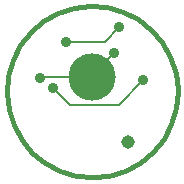
<source format=gbl>
G04 (created by PCBNEW-RS274X (2011-05-25)-stable) date Sat 27 Oct 2012 20:40:34 BST*
G01*
G70*
G90*
%MOIN*%
G04 Gerber Fmt 3.4, Leading zero omitted, Abs format*
%FSLAX34Y34*%
G04 APERTURE LIST*
%ADD10C,0.006000*%
%ADD11C,0.015000*%
%ADD12C,0.157500*%
%ADD13C,0.045000*%
%ADD14C,0.035000*%
%ADD15C,0.008000*%
G04 APERTURE END LIST*
G54D10*
G54D11*
X42224Y-39370D02*
X42169Y-39924D01*
X42008Y-40457D01*
X41747Y-40949D01*
X41395Y-41381D01*
X40965Y-41736D01*
X40475Y-42000D01*
X39943Y-42165D01*
X39389Y-42223D01*
X38836Y-42173D01*
X38301Y-42016D01*
X37808Y-41758D01*
X37374Y-41409D01*
X37016Y-40982D01*
X36747Y-40494D01*
X36579Y-39963D01*
X36517Y-39409D01*
X36563Y-38855D01*
X36717Y-38320D01*
X36972Y-37824D01*
X37318Y-37388D01*
X37742Y-37027D01*
X38228Y-36755D01*
X38758Y-36583D01*
X39311Y-36517D01*
X39865Y-36560D01*
X40402Y-36710D01*
X40899Y-36961D01*
X41338Y-37304D01*
X41702Y-37725D01*
X41977Y-38210D01*
X42153Y-38738D01*
X42222Y-39291D01*
X42224Y-39370D01*
G54D12*
X39370Y-38878D03*
G54D13*
X40551Y-41043D03*
G54D14*
X37645Y-38922D03*
X40086Y-38070D03*
X38480Y-37704D03*
X40267Y-37219D03*
X38070Y-39236D03*
X41073Y-38993D03*
G54D15*
X37689Y-38878D02*
X39370Y-38878D01*
X37645Y-38922D02*
X37689Y-38878D01*
X39370Y-38786D02*
X40086Y-38070D01*
X39370Y-38878D02*
X39370Y-38786D01*
X39782Y-37704D02*
X38480Y-37704D01*
X40267Y-37219D02*
X39782Y-37704D01*
X38644Y-39810D02*
X38070Y-39236D01*
X40256Y-39810D02*
X38644Y-39810D01*
X41073Y-38993D02*
X40256Y-39810D01*
M02*

</source>
